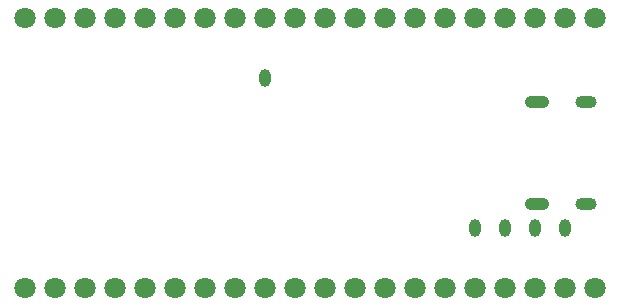
<source format=gbr>
%TF.GenerationSoftware,Altium Limited,Altium Designer,19.0.15 (446)*%
G04 Layer_Color=255*
%FSLAX45Y45*%
%MOMM*%
%TF.FileFunction,Pads,Bot*%
%TF.Part,Single*%
G01*
G75*
%TA.AperFunction,ComponentPad*%
%ADD38C,1.80000*%
G04:AMPARAMS|DCode=39|XSize=1mm|YSize=1.8mm|CornerRadius=0.5mm|HoleSize=0mm|Usage=FLASHONLY|Rotation=90.000|XOffset=0mm|YOffset=0mm|HoleType=Round|Shape=RoundedRectangle|*
%AMROUNDEDRECTD39*
21,1,1.00000,0.80000,0,0,90.0*
21,1,0.00000,1.80000,0,0,90.0*
1,1,1.00000,0.40000,0.00000*
1,1,1.00000,0.40000,0.00000*
1,1,1.00000,-0.40000,0.00000*
1,1,1.00000,-0.40000,0.00000*
%
%ADD39ROUNDEDRECTD39*%
G04:AMPARAMS|DCode=40|XSize=1mm|YSize=2.1mm|CornerRadius=0.5mm|HoleSize=0mm|Usage=FLASHONLY|Rotation=90.000|XOffset=0mm|YOffset=0mm|HoleType=Round|Shape=RoundedRectangle|*
%AMROUNDEDRECTD40*
21,1,1.00000,1.10000,0,0,90.0*
21,1,0.00000,2.10000,0,0,90.0*
1,1,1.00000,0.55000,0.00000*
1,1,1.00000,0.55000,0.00000*
1,1,1.00000,-0.55000,0.00000*
1,1,1.00000,-0.55000,0.00000*
%
%ADD40ROUNDEDRECTD40*%
%TA.AperFunction,SMDPad,CuDef*%
%ADD42O,1.00000X1.52400*%
D38*
X14732001Y6096000D02*
D03*
X14478000D02*
D03*
X14986000D02*
D03*
X15239999D02*
D03*
X14224001D02*
D03*
X13970000D02*
D03*
X13462000D02*
D03*
X13716000D02*
D03*
X13208000D02*
D03*
X10922000D02*
D03*
X11430000D02*
D03*
X11176000D02*
D03*
X11684000D02*
D03*
X11938000D02*
D03*
X12953999D02*
D03*
X12700000D02*
D03*
X12192000D02*
D03*
X12446000D02*
D03*
X10414000D02*
D03*
X10668000D02*
D03*
X14732001Y8382000D02*
D03*
X14478000D02*
D03*
X14986000D02*
D03*
X15239999D02*
D03*
X14224001D02*
D03*
X13970000D02*
D03*
X13462000D02*
D03*
X13716000D02*
D03*
X13208000D02*
D03*
X10922000D02*
D03*
X11430000D02*
D03*
X11176000D02*
D03*
X11684000D02*
D03*
X11938000D02*
D03*
X12953999D02*
D03*
X12700000D02*
D03*
X12192000D02*
D03*
X12446000D02*
D03*
X10414000D02*
D03*
X10668000D02*
D03*
D39*
X15160249Y7671000D02*
D03*
Y6807000D02*
D03*
D40*
X14742250Y7671000D02*
D03*
Y6807000D02*
D03*
D42*
X12446000Y7874000D02*
D03*
X14986000Y6604000D02*
D03*
X14732001D02*
D03*
X14478000D02*
D03*
X14224001D02*
D03*
%TF.MD5,a2b2db36122775ccc9b8c20d9aa63790*%
M02*

</source>
